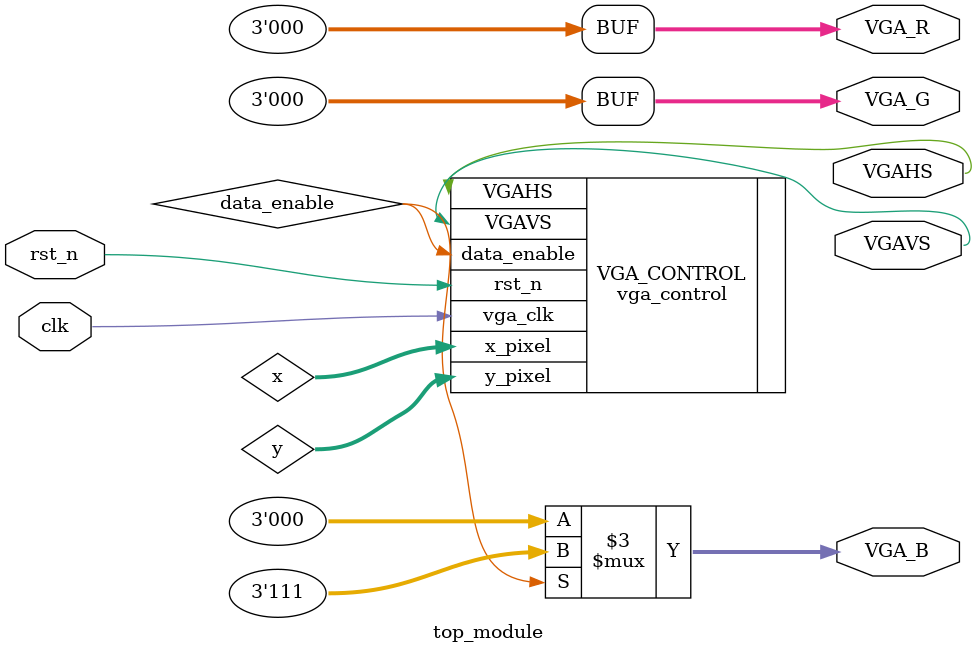
<source format=v>
module top_module (

    input  wire clk,                // 25.000 MHz da placa
    input  wire rst_n,              // reset ativo-baixo
    output wire VGAHS,              // Sinal sincronismo HORIZONTAL
    output wire VGAVS,              // Sinal sincronismo VERTICAL
    output reg [2:0] VGA_R,        // Sinal 3 Bits VERMELHO
    output reg [2:0] VGA_G,        // Sinal 3 bits VERDE
    output reg [2:0] VGA_B         // Sinal 3 Bits AZUL
);

    // FIOS PARA POSIÇÃO DO PIXEL e DATA ENABLE
    wire [9:0] x, y;
    wire data_enable;

    vga_control VGA_CONTROL (
        .vga_clk(clk),
        .rst_n(rst_n),
        .x_pixel(x),
        .y_pixel(y),
        .VGAHS(VGAHS),
        .VGAVS(VGAVS),
        .data_enable(data_enable)
    );

    // SIMULAÇÃO COR AZUL
    always @(*)
        begin
            if (data_enable)
                begin
                    VGA_R = 3'b000;
                    VGA_G = 3'b000;
                    VGA_B = 3'b111;
                end
            else
                begin
                    VGA_R = 3'b000;
                    VGA_G = 3'b000;
                    VGA_B = 3'b000;
                end
        end

endmodule
</source>
